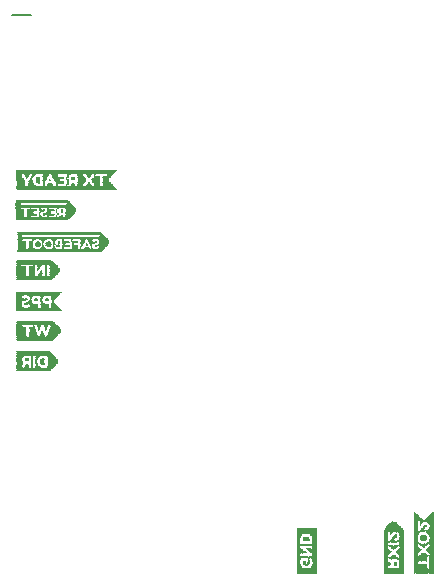
<source format=gbo>
G04 EAGLE Gerber RS-274X export*
G75*
%MOMM*%
%FSLAX34Y34*%
%LPD*%
%INSilkscreen Bottom*%
%IPPOS*%
%AMOC8*
5,1,8,0,0,1.08239X$1,22.5*%
G01*
%ADD10C,0.203200*%
%ADD11R,2.960000X0.040000*%
%ADD12R,3.000000X0.040000*%
%ADD13R,3.080000X0.040000*%
%ADD14R,3.120000X0.040000*%
%ADD15R,3.160000X0.040000*%
%ADD16R,3.200000X0.040000*%
%ADD17R,3.240000X0.040000*%
%ADD18R,3.280000X0.040000*%
%ADD19R,0.560000X0.040000*%
%ADD20R,0.160000X0.040000*%
%ADD21R,0.480000X0.040000*%
%ADD22R,0.120000X0.040000*%
%ADD23R,0.440000X0.040000*%
%ADD24R,0.400000X0.040000*%
%ADD25R,0.600000X0.040000*%
%ADD26R,0.360000X0.040000*%
%ADD27R,0.640000X0.040000*%
%ADD28R,0.320000X0.040000*%
%ADD29R,0.680000X0.040000*%
%ADD30R,0.720000X0.040000*%
%ADD31R,0.280000X0.040000*%
%ADD32R,0.800000X0.040000*%
%ADD33R,0.760000X0.040000*%
%ADD34R,0.240000X0.040000*%
%ADD35R,0.200000X0.040000*%
%ADD36R,0.840000X0.040000*%
%ADD37R,0.080000X0.040000*%
%ADD38R,0.040000X0.040000*%
%ADD39R,0.520000X0.040000*%
%ADD40R,3.880000X0.040000*%
%ADD41R,3.840000X0.040000*%
%ADD42R,3.800000X0.040000*%
%ADD43R,3.760000X0.040000*%
%ADD44R,3.720000X0.040000*%
%ADD45R,3.680000X0.040000*%
%ADD46R,3.640000X0.040000*%
%ADD47R,2.640000X0.040000*%
%ADD48R,0.960000X0.040000*%
%ADD49R,0.920000X0.040000*%
%ADD50R,0.880000X0.040000*%
%ADD51R,0.040000X3.760000*%
%ADD52R,0.040000X3.800000*%
%ADD53R,0.040000X3.880000*%
%ADD54R,0.040000X3.920000*%
%ADD55R,0.040000X3.960000*%
%ADD56R,0.040000X4.000000*%
%ADD57R,0.040000X4.040000*%
%ADD58R,0.040000X1.440000*%
%ADD59R,0.040000X0.600000*%
%ADD60R,0.040000X0.800000*%
%ADD61R,0.040000X0.480000*%
%ADD62R,0.040000X0.320000*%
%ADD63R,0.040000X0.520000*%
%ADD64R,0.040000X0.120000*%
%ADD65R,0.040000X0.760000*%
%ADD66R,0.040000X0.240000*%
%ADD67R,0.040000X0.080000*%
%ADD68R,0.040000X0.720000*%
%ADD69R,0.040000X0.200000*%
%ADD70R,0.040000X0.400000*%
%ADD71R,0.040000X0.160000*%
%ADD72R,0.040000X0.360000*%
%ADD73R,0.040000X0.280000*%
%ADD74R,0.040000X0.840000*%
%ADD75R,0.040000X0.880000*%
%ADD76R,0.040000X0.560000*%
%ADD77R,0.040000X0.920000*%
%ADD78R,0.040000X0.440000*%
%ADD79R,0.040000X0.960000*%
%ADD80R,0.040000X1.000000*%
%ADD81R,0.040000X1.040000*%
%ADD82R,0.040000X1.080000*%
%ADD83R,0.040000X0.680000*%
%ADD84R,0.040000X0.640000*%
%ADD85R,0.040000X5.240000*%
%ADD86R,0.040000X5.200000*%
%ADD87R,0.040000X5.160000*%
%ADD88R,0.040000X5.120000*%
%ADD89R,0.040000X5.080000*%
%ADD90R,0.040000X5.040000*%
%ADD91R,0.040000X5.000000*%
%ADD92R,0.040000X1.560000*%
%ADD93R,8.520000X0.040000*%
%ADD94R,8.480000X0.040000*%
%ADD95R,8.440000X0.040000*%
%ADD96R,8.400000X0.040000*%
%ADD97R,8.360000X0.040000*%
%ADD98R,8.320000X0.040000*%
%ADD99R,8.280000X0.040000*%
%ADD100R,1.680000X0.040000*%
%ADD101R,4.480000X0.040000*%
%ADD102R,0.040000X2.800000*%
%ADD103R,4.400000X0.040000*%
%ADD104R,4.440000X0.040000*%
%ADD105R,4.520000X0.040000*%
%ADD106R,4.560000X0.040000*%
%ADD107R,4.840000X0.040000*%
%ADD108R,4.880000X0.040000*%
%ADD109R,4.920000X0.040000*%
%ADD110R,4.960000X0.040000*%
%ADD111R,1.000000X0.040000*%
%ADD112R,4.600000X0.040000*%
%ADD113R,7.040000X0.040000*%
%ADD114R,7.080000X0.040000*%
%ADD115R,7.160000X0.040000*%
%ADD116R,7.200000X0.040000*%
%ADD117R,7.480000X0.040000*%
%ADD118R,7.520000X0.040000*%
%ADD119R,7.560000X0.040000*%
%ADD120R,7.600000X0.040000*%
%ADD121R,1.080000X0.040000*%
%ADD122R,7.240000X0.040000*%
%ADD123R,2.800000X0.040000*%
%ADD124R,2.880000X0.040000*%
%ADD125R,2.920000X0.040000*%
%ADD126R,3.040000X0.040000*%
%ADD127R,3.320000X0.040000*%
%ADD128R,1.640000X0.040000*%


D10*
X74830Y495650D02*
X91340Y495650D01*
D11*
X93770Y287200D03*
D12*
X93970Y286800D03*
D13*
X94370Y286400D03*
D14*
X94570Y286000D03*
D15*
X94770Y285600D03*
D16*
X94970Y285200D03*
D17*
X95170Y284800D03*
D18*
X95370Y284400D03*
D19*
X109370Y284000D03*
D20*
X103770Y284000D03*
D21*
X98570Y284000D03*
D22*
X93570Y284000D03*
D23*
X81170Y284000D03*
D19*
X109770Y283600D03*
D20*
X103770Y283600D03*
D24*
X98570Y283600D03*
D22*
X93570Y283600D03*
D24*
X80970Y283600D03*
D25*
X109970Y283200D03*
D22*
X103570Y283200D03*
D26*
X98370Y283200D03*
D22*
X93570Y283200D03*
D24*
X80970Y283200D03*
D27*
X110170Y282800D03*
D22*
X103570Y282800D03*
D28*
X98170Y282800D03*
D22*
X93570Y282800D03*
D24*
X80970Y282800D03*
D29*
X110370Y282400D03*
D22*
X103570Y282400D03*
D28*
X98170Y282400D03*
D20*
X93370Y282400D03*
D23*
X81170Y282400D03*
D30*
X110570Y282000D03*
D22*
X103570Y282000D03*
D31*
X97970Y282000D03*
D21*
X91770Y282000D03*
D32*
X82970Y282000D03*
D33*
X110770Y281600D03*
D22*
X103570Y281600D03*
D34*
X97770Y281600D03*
D21*
X91770Y281600D03*
D32*
X82970Y281600D03*
D33*
X110770Y281200D03*
D22*
X103570Y281200D03*
D35*
X97570Y281200D03*
D21*
X91770Y281200D03*
D32*
X82970Y281200D03*
X110970Y280800D03*
D22*
X103570Y280800D03*
D35*
X97570Y280800D03*
D21*
X91770Y280800D03*
D32*
X82970Y280800D03*
D36*
X111170Y280400D03*
D22*
X103570Y280400D03*
D20*
X97370Y280400D03*
D21*
X91770Y280400D03*
D32*
X82970Y280400D03*
D36*
X111170Y280000D03*
D22*
X103570Y280000D03*
X97170Y280000D03*
D21*
X91770Y280000D03*
D32*
X82970Y280000D03*
D36*
X111170Y279600D03*
D22*
X103570Y279600D03*
D37*
X96970Y279600D03*
D21*
X91770Y279600D03*
D32*
X82970Y279600D03*
D36*
X111170Y279200D03*
D22*
X103570Y279200D03*
D38*
X100370Y279200D03*
D37*
X96970Y279200D03*
D21*
X91770Y279200D03*
D32*
X82970Y279200D03*
D36*
X111170Y278800D03*
D22*
X103570Y278800D03*
D37*
X100170Y278800D03*
D38*
X96770Y278800D03*
D21*
X91770Y278800D03*
D32*
X82970Y278800D03*
D36*
X111170Y278400D03*
D22*
X103570Y278400D03*
X99970Y278400D03*
D21*
X91770Y278400D03*
D32*
X82970Y278400D03*
D36*
X111170Y278000D03*
D22*
X103570Y278000D03*
X99970Y278000D03*
D21*
X91770Y278000D03*
D32*
X82970Y278000D03*
X110970Y277600D03*
D22*
X103570Y277600D03*
D20*
X99770Y277600D03*
D21*
X91770Y277600D03*
D32*
X82970Y277600D03*
D33*
X110770Y277200D03*
D22*
X103570Y277200D03*
D35*
X99570Y277200D03*
D21*
X91770Y277200D03*
D32*
X82970Y277200D03*
D33*
X110770Y276800D03*
D22*
X103570Y276800D03*
D34*
X99370Y276800D03*
D21*
X91770Y276800D03*
D32*
X82970Y276800D03*
D30*
X110570Y276400D03*
D22*
X103570Y276400D03*
D34*
X99370Y276400D03*
D21*
X91770Y276400D03*
D32*
X82970Y276400D03*
D29*
X110370Y276000D03*
D22*
X103570Y276000D03*
D31*
X99170Y276000D03*
D21*
X91770Y276000D03*
D32*
X82970Y276000D03*
D27*
X110170Y275600D03*
D22*
X103570Y275600D03*
D28*
X98970Y275600D03*
D21*
X91770Y275600D03*
D32*
X82970Y275600D03*
D25*
X109970Y275200D03*
D22*
X103570Y275200D03*
D26*
X98770Y275200D03*
D21*
X91770Y275200D03*
D32*
X82970Y275200D03*
D19*
X109770Y274800D03*
D22*
X103570Y274800D03*
D26*
X98770Y274800D03*
D21*
X91770Y274800D03*
D32*
X82970Y274800D03*
D19*
X109370Y274400D03*
D20*
X103770Y274400D03*
D24*
X98570Y274400D03*
D21*
X91770Y274400D03*
D32*
X82970Y274400D03*
D39*
X109170Y274000D03*
D20*
X103770Y274000D03*
D21*
X98570Y274000D03*
D19*
X91770Y274000D03*
D36*
X83170Y274000D03*
D17*
X95170Y273600D03*
D16*
X94970Y273200D03*
D15*
X94770Y272800D03*
D14*
X94570Y272400D03*
D13*
X94370Y272000D03*
D12*
X93970Y271600D03*
D11*
X93770Y271200D03*
D40*
X97910Y260730D03*
D41*
X97710Y260330D03*
D42*
X97510Y259930D03*
D43*
X97310Y259530D03*
D44*
X97110Y259130D03*
D45*
X96910Y258730D03*
D46*
X96710Y258330D03*
D47*
X101310Y257930D03*
D30*
X82110Y257930D03*
D19*
X111310Y257530D03*
D26*
X101110Y257530D03*
D21*
X91310Y257530D03*
D25*
X81510Y257530D03*
D39*
X111110Y257130D03*
D31*
X100710Y257130D03*
D26*
X91110Y257130D03*
D19*
X81310Y257130D03*
D21*
X110910Y256730D03*
D34*
X100510Y256730D03*
D31*
X91110Y256730D03*
D39*
X81110Y256730D03*
D23*
X110710Y256330D03*
D35*
X100310Y256330D03*
X91110Y256330D03*
D39*
X81110Y256330D03*
D24*
X110510Y255930D03*
D20*
X100110Y255930D03*
X90910Y255930D03*
D39*
X81110Y255930D03*
D26*
X110310Y255530D03*
D20*
X100110Y255530D03*
D22*
X91110Y255530D03*
D20*
X86910Y255530D03*
D19*
X81310Y255530D03*
D28*
X110110Y255130D03*
D34*
X104910Y255130D03*
D22*
X99910Y255130D03*
D34*
X95710Y255130D03*
D22*
X91110Y255130D03*
D35*
X86710Y255130D03*
D25*
X81510Y255130D03*
D31*
X109910Y254730D03*
D28*
X104510Y254730D03*
D22*
X99910Y254730D03*
D31*
X95510Y254730D03*
D37*
X90910Y254730D03*
D48*
X83310Y254730D03*
D34*
X109710Y254330D03*
D28*
X104510Y254330D03*
D22*
X99910Y254330D03*
D28*
X95310Y254330D03*
D37*
X90910Y254330D03*
D49*
X83110Y254330D03*
D34*
X109710Y253930D03*
D28*
X104510Y253930D03*
D22*
X99910Y253930D03*
D28*
X95310Y253930D03*
D22*
X90710Y253930D03*
D36*
X82710Y253930D03*
D35*
X109510Y253530D03*
D28*
X104510Y253530D03*
D22*
X99910Y253530D03*
D31*
X95510Y253530D03*
D22*
X90710Y253530D03*
D29*
X81910Y253530D03*
D35*
X109510Y253130D03*
D31*
X104710Y253130D03*
D22*
X99910Y253130D03*
D31*
X95510Y253130D03*
D20*
X90510Y253130D03*
D19*
X81310Y253130D03*
D35*
X109510Y252730D03*
D22*
X99910Y252730D03*
D35*
X90710Y252730D03*
D39*
X81110Y252730D03*
D35*
X109510Y252330D03*
D20*
X100110Y252330D03*
D31*
X90310Y252330D03*
D21*
X80910Y252330D03*
D35*
X109510Y251930D03*
D20*
X100110Y251930D03*
D24*
X90110Y251930D03*
D21*
X80910Y251930D03*
D34*
X109710Y251530D03*
D35*
X100310Y251530D03*
D19*
X89710Y251530D03*
D23*
X80710Y251530D03*
D34*
X109710Y251130D03*
X100510Y251130D03*
D30*
X89310Y251130D03*
D23*
X80710Y251130D03*
D31*
X109910Y250730D03*
D28*
X100910Y250730D03*
D26*
X91510Y250730D03*
X87110Y250730D03*
D23*
X80710Y250730D03*
D28*
X110110Y250330D03*
D23*
X101510Y250330D03*
X92310Y250330D03*
D31*
X86710Y250330D03*
D23*
X80710Y250330D03*
D26*
X110310Y249930D03*
D29*
X102710Y249930D03*
D27*
X93710Y249930D03*
D35*
X86710Y249930D03*
D23*
X80710Y249930D03*
D24*
X110510Y249530D03*
D29*
X102710Y249530D03*
D27*
X93710Y249530D03*
D21*
X80910Y249530D03*
D23*
X110710Y249130D03*
D29*
X102710Y249130D03*
D27*
X93710Y249130D03*
D21*
X80910Y249130D03*
X110910Y248730D03*
D29*
X102710Y248730D03*
X93510Y248730D03*
D39*
X81110Y248730D03*
X111110Y248330D03*
D29*
X102710Y248330D03*
D30*
X93310Y248330D03*
D39*
X81110Y248330D03*
D19*
X111310Y247930D03*
D29*
X102710Y247930D03*
D33*
X93110Y247930D03*
D25*
X81510Y247930D03*
D27*
X111310Y247530D03*
D33*
X102710Y247530D03*
D50*
X92910Y247530D03*
D29*
X81910Y247530D03*
D46*
X96710Y247130D03*
D45*
X96910Y246730D03*
D44*
X97110Y246330D03*
D43*
X97310Y245930D03*
D42*
X97510Y245530D03*
D41*
X97710Y245130D03*
D40*
X97910Y244730D03*
D51*
X406560Y41220D03*
D52*
X406160Y41420D03*
D53*
X405760Y41820D03*
D54*
X405360Y42020D03*
D55*
X404960Y42220D03*
D56*
X404560Y42420D03*
D57*
X404160Y42620D03*
D58*
X403760Y29620D03*
D59*
X403760Y41020D03*
D60*
X403760Y49220D03*
X403760Y59220D03*
D61*
X403360Y24820D03*
D62*
X403360Y34820D03*
D63*
X403360Y41020D03*
D64*
X403360Y46220D03*
D62*
X403360Y50820D03*
D65*
X403360Y59820D03*
D61*
X402960Y24820D03*
D66*
X402960Y34820D03*
D61*
X402960Y40820D03*
D67*
X402960Y46420D03*
D66*
X402960Y50420D03*
D68*
X402960Y60420D03*
D61*
X402560Y24820D03*
D69*
X402560Y35020D03*
D70*
X402560Y40820D03*
D67*
X402560Y46420D03*
D69*
X402560Y50220D03*
D68*
X402560Y60820D03*
D61*
X402160Y24820D03*
D71*
X402160Y35220D03*
D72*
X402160Y41020D03*
D67*
X402160Y46420D03*
D71*
X402160Y50020D03*
D65*
X402160Y61020D03*
D61*
X401760Y24820D03*
D71*
X401760Y35620D03*
D73*
X401760Y41020D03*
D64*
X401760Y46220D03*
D71*
X401760Y50020D03*
D65*
X401760Y61420D03*
D61*
X401360Y24820D03*
D69*
X401360Y35820D03*
X401360Y41020D03*
D71*
X401360Y46020D03*
D64*
X401360Y49820D03*
D60*
X401360Y61620D03*
D61*
X400960Y24820D03*
D66*
X400960Y30820D03*
D69*
X400960Y36220D03*
D64*
X400960Y41020D03*
D69*
X400960Y45820D03*
D64*
X400960Y49820D03*
D69*
X400960Y54220D03*
D60*
X400960Y62020D03*
D61*
X400560Y24820D03*
D62*
X400560Y31220D03*
D69*
X400560Y36220D03*
D38*
X400560Y41020D03*
D66*
X400560Y45620D03*
D64*
X400560Y49820D03*
D73*
X400560Y54220D03*
D60*
X400560Y62020D03*
D61*
X400160Y24820D03*
D62*
X400160Y31220D03*
D66*
X400160Y36420D03*
D73*
X400160Y45420D03*
D64*
X400160Y49820D03*
D73*
X400160Y54220D03*
D74*
X400160Y62220D03*
D61*
X399760Y24820D03*
D62*
X399760Y31220D03*
D73*
X399760Y36620D03*
D62*
X399760Y45220D03*
D64*
X399760Y49820D03*
D73*
X399760Y54220D03*
D75*
X399760Y62420D03*
D61*
X399360Y24820D03*
D62*
X399360Y31220D03*
X399360Y36820D03*
X399360Y45220D03*
D64*
X399360Y49820D03*
D66*
X399360Y54020D03*
D75*
X399360Y62420D03*
D61*
X398960Y24820D03*
D73*
X398960Y31020D03*
D72*
X398960Y37020D03*
X398960Y45020D03*
D71*
X398960Y50020D03*
D73*
X398960Y53820D03*
D75*
X398960Y62420D03*
D61*
X398560Y24820D03*
D70*
X398560Y37220D03*
X398560Y44820D03*
D76*
X398560Y52020D03*
D77*
X398560Y62220D03*
D61*
X398160Y24820D03*
D70*
X398160Y36820D03*
X398160Y44820D03*
D61*
X398160Y51620D03*
D77*
X398160Y62220D03*
D61*
X397760Y24820D03*
D72*
X397760Y36620D03*
X397760Y45020D03*
D78*
X397760Y51420D03*
D79*
X397760Y62020D03*
D61*
X397360Y24820D03*
D70*
X397360Y36420D03*
D62*
X397360Y45220D03*
D72*
X397360Y51020D03*
D80*
X397360Y61820D03*
D61*
X396960Y24820D03*
D72*
X396960Y36220D03*
D73*
X396960Y45420D03*
X396960Y50620D03*
D80*
X396960Y61420D03*
D61*
X396560Y24820D03*
D62*
X396560Y36020D03*
D38*
X396560Y41020D03*
D66*
X396560Y45620D03*
X396560Y50420D03*
D80*
X396560Y61020D03*
D61*
X396160Y24820D03*
D66*
X396160Y36020D03*
D64*
X396160Y41020D03*
D69*
X396160Y45820D03*
X396160Y50220D03*
D81*
X396160Y60820D03*
D61*
X395760Y24820D03*
D66*
X395760Y30820D03*
D69*
X395760Y35820D03*
X395760Y41020D03*
D71*
X395760Y46020D03*
X395760Y50020D03*
D82*
X395760Y60220D03*
D61*
X395360Y24820D03*
D73*
X395360Y31020D03*
D71*
X395360Y35620D03*
D66*
X395360Y40820D03*
D64*
X395360Y46220D03*
X395360Y49820D03*
D83*
X395360Y61820D03*
D61*
X394960Y24820D03*
D73*
X394960Y31020D03*
D67*
X394960Y35620D03*
D62*
X394960Y40820D03*
D67*
X394960Y46420D03*
D64*
X394960Y49820D03*
D84*
X394960Y61620D03*
D61*
X394560Y24820D03*
D62*
X394560Y31220D03*
D67*
X394560Y35620D03*
D72*
X394560Y41020D03*
D67*
X394560Y46420D03*
D64*
X394560Y49820D03*
D59*
X394560Y61420D03*
D61*
X394160Y24820D03*
D62*
X394160Y31220D03*
D67*
X394160Y35620D03*
D78*
X394160Y41020D03*
D67*
X394160Y46420D03*
D64*
X394160Y49820D03*
D76*
X394160Y61220D03*
D61*
X393760Y24820D03*
D62*
X393760Y31220D03*
D67*
X393760Y35620D03*
D63*
X393760Y41020D03*
D64*
X393760Y46220D03*
X393760Y49820D03*
D63*
X393760Y61020D03*
X393360Y25020D03*
D70*
X393360Y31220D03*
D69*
X393360Y35820D03*
D59*
X393360Y41020D03*
D69*
X393360Y46220D03*
X393360Y49820D03*
D63*
X393360Y60620D03*
D57*
X392960Y42620D03*
D56*
X392560Y42420D03*
D55*
X392160Y42220D03*
D54*
X391760Y42020D03*
D53*
X391360Y41820D03*
D52*
X390960Y41420D03*
D51*
X390560Y41220D03*
D85*
X431960Y49020D03*
D86*
X431560Y48820D03*
D87*
X431160Y48620D03*
D88*
X430760Y48420D03*
D89*
X430360Y48220D03*
D90*
X429960Y48020D03*
D91*
X429560Y47820D03*
D92*
X429160Y30620D03*
D84*
X429160Y42820D03*
D63*
X429160Y49420D03*
D74*
X429160Y57820D03*
D75*
X429160Y68020D03*
D78*
X428760Y25020D03*
D64*
X428760Y37420D03*
D76*
X428760Y42820D03*
D72*
X428760Y49020D03*
D76*
X428760Y58020D03*
D68*
X428760Y68420D03*
D70*
X428360Y24820D03*
D38*
X428360Y37420D03*
D61*
X428360Y42820D03*
D66*
X428360Y48820D03*
D61*
X428360Y58020D03*
D84*
X428360Y68420D03*
D70*
X427960Y24820D03*
D38*
X427960Y37420D03*
D70*
X427960Y42820D03*
D69*
X427960Y48620D03*
D72*
X427960Y58220D03*
D76*
X427960Y68420D03*
D78*
X427560Y25020D03*
D67*
X427560Y37220D03*
D72*
X427560Y42620D03*
D71*
X427560Y48420D03*
D73*
X427560Y58220D03*
D61*
X427560Y68420D03*
D78*
X427160Y25020D03*
D64*
X427160Y37420D03*
D73*
X427160Y42620D03*
D71*
X427160Y48020D03*
D69*
X427160Y58220D03*
D78*
X427160Y68220D03*
D60*
X426760Y26820D03*
D63*
X426760Y35820D03*
D69*
X426760Y42620D03*
D71*
X426760Y47620D03*
D69*
X426760Y58220D03*
D72*
X426760Y68220D03*
D60*
X426360Y26820D03*
D76*
X426360Y36020D03*
D64*
X426360Y42620D03*
D71*
X426360Y47620D03*
D66*
X426360Y52820D03*
D71*
X426360Y58420D03*
X426360Y62820D03*
D62*
X426360Y68020D03*
D60*
X425960Y26820D03*
D59*
X425960Y36220D03*
D38*
X425960Y42620D03*
D71*
X425960Y47220D03*
D72*
X425960Y53020D03*
D64*
X425960Y58220D03*
D66*
X425960Y62820D03*
D73*
X425960Y67820D03*
D60*
X425560Y26820D03*
D84*
X425560Y36420D03*
D69*
X425560Y47020D03*
D78*
X425560Y53020D03*
D67*
X425560Y58420D03*
D66*
X425560Y62820D03*
D69*
X425560Y67820D03*
D60*
X425160Y26820D03*
D83*
X425160Y36620D03*
D66*
X425160Y46820D03*
D61*
X425160Y52820D03*
D67*
X425160Y58420D03*
D66*
X425160Y62820D03*
D71*
X425160Y67620D03*
D60*
X424760Y26820D03*
D68*
X424760Y36820D03*
D73*
X424760Y46620D03*
D63*
X424760Y53020D03*
D67*
X424760Y58420D03*
D73*
X424760Y62620D03*
D69*
X424760Y67420D03*
D60*
X424360Y26820D03*
D68*
X424360Y36820D03*
D73*
X424360Y46220D03*
D63*
X424360Y53020D03*
D64*
X424360Y58620D03*
D66*
X424360Y62420D03*
D69*
X424360Y67420D03*
D60*
X423960Y26820D03*
D65*
X423960Y37020D03*
D62*
X423960Y46020D03*
D63*
X423960Y53020D03*
X423960Y60620D03*
D69*
X423960Y67420D03*
D60*
X423560Y26820D03*
D65*
X423560Y37020D03*
D73*
X423560Y46220D03*
D63*
X423560Y53020D03*
D61*
X423560Y60420D03*
D66*
X423560Y67220D03*
D60*
X423160Y26820D03*
D68*
X423160Y36820D03*
D66*
X423160Y46420D03*
D63*
X423160Y53020D03*
D70*
X423160Y60020D03*
D66*
X423160Y67220D03*
D60*
X422760Y26820D03*
D83*
X422760Y36620D03*
D66*
X422760Y46820D03*
D63*
X422760Y53020D03*
D62*
X422760Y59620D03*
D73*
X422760Y67020D03*
D60*
X422360Y26820D03*
D84*
X422360Y36420D03*
D66*
X422360Y46820D03*
D61*
X422360Y52820D03*
D73*
X422360Y59420D03*
D72*
X422360Y67020D03*
D60*
X421960Y26820D03*
D59*
X421960Y36220D03*
D38*
X421960Y42620D03*
D69*
X421960Y47020D03*
D78*
X421960Y53020D03*
D66*
X421960Y58820D03*
D78*
X421960Y67020D03*
D60*
X421560Y26820D03*
D76*
X421560Y36020D03*
D64*
X421560Y42620D03*
D71*
X421560Y47220D03*
D72*
X421560Y53020D03*
D69*
X421560Y58620D03*
D76*
X421560Y66820D03*
D60*
X421160Y26820D03*
D63*
X421160Y35820D03*
D69*
X421160Y42620D03*
D71*
X421160Y47620D03*
D69*
X421160Y53020D03*
D71*
X421160Y58420D03*
D84*
X421160Y66820D03*
D60*
X420760Y26820D03*
D61*
X420760Y35620D03*
D66*
X420760Y42820D03*
D71*
X420760Y48020D03*
D69*
X420760Y58220D03*
D72*
X420760Y68620D03*
D60*
X420360Y26820D03*
D61*
X420360Y35620D03*
D62*
X420360Y42820D03*
D64*
X420360Y48220D03*
D69*
X420360Y57820D03*
D72*
X420360Y69020D03*
D60*
X419960Y26820D03*
D78*
X419960Y35420D03*
D70*
X419960Y42820D03*
D71*
X419960Y48420D03*
D66*
X419960Y57620D03*
D70*
X419960Y69220D03*
D60*
X419560Y26820D03*
D78*
X419560Y35420D03*
X419560Y42620D03*
D69*
X419560Y48620D03*
D73*
X419560Y57420D03*
D78*
X419560Y69420D03*
D60*
X419160Y26820D03*
D61*
X419160Y35620D03*
D63*
X419160Y42620D03*
D73*
X419160Y49020D03*
D72*
X419160Y57420D03*
D63*
X419160Y69420D03*
D74*
X418760Y27020D03*
D76*
X418760Y35620D03*
D59*
X418760Y42620D03*
D70*
X418760Y49220D03*
D61*
X418760Y57220D03*
D76*
X418760Y69620D03*
D91*
X418360Y47820D03*
D90*
X417960Y48020D03*
D89*
X417560Y48220D03*
D88*
X417160Y48420D03*
D87*
X416760Y48620D03*
D86*
X416360Y48820D03*
D85*
X415960Y49020D03*
D93*
X121300Y363600D03*
D94*
X121100Y363200D03*
D95*
X120900Y362800D03*
D96*
X120700Y362400D03*
D97*
X120500Y362000D03*
D98*
X120300Y361600D03*
D99*
X120100Y361200D03*
D100*
X152700Y360800D03*
D25*
X140100Y360800D03*
D101*
X113500Y360800D03*
D19*
X87500Y360800D03*
D39*
X81300Y360800D03*
X158100Y360400D03*
D22*
X145300Y360400D03*
D39*
X140100Y360400D03*
X132900Y360400D03*
D26*
X122900Y360400D03*
D39*
X110900Y360400D03*
D19*
X103900Y360400D03*
D26*
X93700Y360400D03*
D21*
X87500Y360400D03*
X81100Y360400D03*
D23*
X158100Y360000D03*
D38*
X145300Y360000D03*
D21*
X140300Y360000D03*
D23*
X132900Y360000D03*
D34*
X122700Y360000D03*
D21*
X111100Y360000D03*
D39*
X103700Y360000D03*
D34*
X93500Y360000D03*
D24*
X87500Y360000D03*
D23*
X80900Y360000D03*
D24*
X157900Y359600D03*
D38*
X145300Y359600D03*
D24*
X140300Y359600D03*
D23*
X132900Y359600D03*
D35*
X122500Y359600D03*
D21*
X111100Y359600D03*
X103500Y359600D03*
D35*
X93300Y359600D03*
D24*
X87500Y359600D03*
X80700Y359600D03*
X157500Y359200D03*
D37*
X145500Y359200D03*
D26*
X140100Y359200D03*
D23*
X132900Y359200D03*
D20*
X122300Y359200D03*
D23*
X111300Y359200D03*
D21*
X103500Y359200D03*
D22*
X92900Y359200D03*
D28*
X87500Y359200D03*
D23*
X80900Y359200D03*
D26*
X157300Y358800D03*
D22*
X145300Y358800D03*
D31*
X140100Y358800D03*
D21*
X133100Y358800D03*
D20*
X122300Y358800D03*
D23*
X111300Y358800D03*
X103300Y358800D03*
D20*
X92700Y358800D03*
D31*
X87700Y358800D03*
D23*
X80900Y358800D03*
D29*
X155300Y358400D03*
D39*
X146900Y358400D03*
D35*
X140100Y358400D03*
D39*
X133300Y358400D03*
D22*
X122100Y358400D03*
D23*
X111300Y358400D03*
X103300Y358400D03*
D20*
X92300Y358400D03*
D34*
X87500Y358400D03*
D21*
X81100Y358400D03*
D27*
X155100Y358000D03*
D19*
X146700Y358000D03*
D22*
X140100Y358000D03*
D19*
X133500Y358000D03*
D34*
X126700Y358000D03*
D22*
X122100Y358000D03*
D48*
X114300Y358000D03*
D24*
X103100Y358000D03*
D34*
X97500Y358000D03*
D22*
X92100Y358000D03*
D20*
X87500Y358000D03*
D39*
X81300Y358000D03*
D25*
X154900Y357600D03*
D19*
X146700Y357600D03*
D38*
X140100Y357600D03*
D25*
X133700Y357600D03*
D31*
X126500Y357600D03*
D37*
X121900Y357600D03*
D48*
X114300Y357600D03*
D24*
X103100Y357600D03*
D28*
X97100Y357600D03*
D20*
X91900Y357600D03*
D22*
X87700Y357600D03*
D39*
X81300Y357600D03*
D19*
X154700Y357200D03*
D25*
X146500Y357200D03*
D27*
X133900Y357200D03*
D31*
X126500Y357200D03*
D37*
X121900Y357200D03*
D49*
X114500Y357200D03*
D24*
X103100Y357200D03*
D26*
X96900Y357200D03*
D20*
X91500Y357200D03*
D37*
X87500Y357200D03*
D19*
X81500Y357200D03*
D39*
X154500Y356800D03*
D27*
X146300Y356800D03*
D29*
X134100Y356800D03*
D31*
X126500Y356800D03*
D37*
X121900Y356800D03*
D50*
X114300Y356800D03*
D26*
X102900Y356800D03*
X96900Y356800D03*
D20*
X91500Y356800D03*
D25*
X81700Y356800D03*
D39*
X154500Y356400D03*
D29*
X146100Y356400D03*
X134100Y356400D03*
D31*
X126500Y356400D03*
D37*
X121900Y356400D03*
D21*
X112700Y356400D03*
D26*
X102900Y356400D03*
D24*
X96700Y356400D03*
D35*
X91300Y356400D03*
D25*
X81700Y356400D03*
D39*
X154500Y356000D03*
D30*
X145900Y356000D03*
X134300Y356000D03*
D31*
X126500Y356000D03*
D22*
X122100Y356000D03*
D21*
X112700Y356000D03*
D38*
X107300Y356000D03*
D28*
X102700Y356000D03*
D24*
X96700Y356000D03*
D34*
X91100Y356000D03*
D27*
X81900Y356000D03*
D39*
X154500Y355600D03*
D33*
X145700Y355600D03*
X134500Y355600D03*
D22*
X122100Y355600D03*
D24*
X112700Y355600D03*
D37*
X107500Y355600D03*
D28*
X102700Y355600D03*
D24*
X96700Y355600D03*
D34*
X91100Y355600D03*
D29*
X82100Y355600D03*
D39*
X154500Y355200D03*
D30*
X145900Y355200D03*
D33*
X134500Y355200D03*
D22*
X122100Y355200D03*
D23*
X112900Y355200D03*
D22*
X107300Y355200D03*
D31*
X102500Y355200D03*
D24*
X96700Y355200D03*
D31*
X90900Y355200D03*
D29*
X82100Y355200D03*
D39*
X154500Y354800D03*
D29*
X146100Y354800D03*
D30*
X134300Y354800D03*
D20*
X122300Y354800D03*
D24*
X113100Y354800D03*
D20*
X107500Y354800D03*
D31*
X102500Y354800D03*
D24*
X96700Y354800D03*
D28*
X90700Y354800D03*
D30*
X82300Y354800D03*
D39*
X154500Y354400D03*
D29*
X146100Y354400D03*
X134100Y354400D03*
D35*
X122500Y354400D03*
D24*
X113100Y354400D03*
D34*
X102300Y354400D03*
D24*
X96700Y354400D03*
D28*
X90700Y354400D03*
D33*
X82500Y354400D03*
D19*
X154700Y354000D03*
D27*
X146300Y354000D03*
X133900Y354000D03*
D35*
X122500Y354000D03*
D33*
X115300Y354000D03*
D34*
X102300Y354000D03*
D26*
X96900Y354000D03*
X90500Y354000D03*
D33*
X82500Y354000D03*
D25*
X154900Y353600D03*
X146500Y353600D03*
D38*
X140100Y353600D03*
D25*
X133700Y353600D03*
D20*
X122300Y353600D03*
D33*
X115300Y353600D03*
D35*
X102100Y353600D03*
D28*
X97100Y353600D03*
D24*
X90700Y353600D03*
D33*
X82500Y353600D03*
D27*
X155100Y353200D03*
D19*
X146700Y353200D03*
D22*
X140100Y353200D03*
D19*
X133500Y353200D03*
D20*
X122300Y353200D03*
D30*
X115500Y353200D03*
D35*
X102100Y353200D03*
D31*
X97300Y353200D03*
D24*
X90700Y353200D03*
D33*
X82500Y353200D03*
D29*
X155300Y352800D03*
D39*
X146900Y352800D03*
D35*
X140100Y352800D03*
D39*
X133300Y352800D03*
D34*
X126700Y352800D03*
D20*
X122300Y352800D03*
D29*
X115300Y352800D03*
D20*
X101900Y352800D03*
D35*
X97700Y352800D03*
D23*
X90900Y352800D03*
D33*
X82500Y352800D03*
D30*
X155500Y352400D03*
D21*
X147100Y352400D03*
D34*
X140300Y352400D03*
D21*
X133100Y352400D03*
D34*
X126700Y352400D03*
D22*
X122100Y352400D03*
X112900Y352400D03*
D24*
X107500Y352400D03*
D20*
X101900Y352400D03*
D23*
X90900Y352400D03*
D33*
X82500Y352400D03*
X155700Y352000D03*
D23*
X147300Y352000D03*
D28*
X140300Y352000D03*
D23*
X132900Y352000D03*
D31*
X126500Y352000D03*
D22*
X122100Y352000D03*
X112900Y352000D03*
D23*
X107300Y352000D03*
D22*
X101700Y352000D03*
D21*
X91100Y352000D03*
D33*
X82500Y352000D03*
D32*
X155900Y351600D03*
D23*
X147300Y351600D03*
D26*
X140100Y351600D03*
D23*
X132900Y351600D03*
D31*
X126500Y351600D03*
D37*
X121900Y351600D03*
X113100Y351600D03*
D21*
X107500Y351600D03*
D22*
X101700Y351600D03*
D39*
X91300Y351600D03*
D33*
X82500Y351600D03*
D36*
X156100Y351200D03*
D23*
X147300Y351200D03*
X140100Y351200D03*
X132900Y351200D03*
D31*
X126500Y351200D03*
D37*
X121900Y351200D03*
X113100Y351200D03*
D39*
X107300Y351200D03*
D22*
X101700Y351200D03*
D19*
X91500Y351200D03*
D33*
X82500Y351200D03*
D50*
X156300Y350800D03*
D23*
X147300Y350800D03*
D39*
X140100Y350800D03*
X132900Y350800D03*
D26*
X126500Y350800D03*
D37*
X121900Y350800D03*
D22*
X112900Y350800D03*
D19*
X107500Y350800D03*
D22*
X101700Y350800D03*
D27*
X91900Y350800D03*
D33*
X82500Y350800D03*
D48*
X156300Y350400D03*
D19*
X147100Y350400D03*
D25*
X140100Y350400D03*
D19*
X133100Y350400D03*
D26*
X126500Y350400D03*
D35*
X122100Y350400D03*
D20*
X112700Y350400D03*
D25*
X107300Y350400D03*
D20*
X101900Y350400D03*
D30*
X92300Y350400D03*
D32*
X82700Y350400D03*
D99*
X120100Y350000D03*
D98*
X120300Y349600D03*
D97*
X120500Y349200D03*
D96*
X120700Y348800D03*
D95*
X120900Y348400D03*
D94*
X121100Y348000D03*
D93*
X121300Y347600D03*
D53*
X332860Y41820D03*
X332460Y41820D03*
X332060Y41820D03*
X331660Y41820D03*
X331260Y41820D03*
X330860Y41820D03*
X330460Y41820D03*
D74*
X330060Y26620D03*
D102*
X330060Y47220D03*
D65*
X329660Y26220D03*
D62*
X329660Y36020D03*
D61*
X329660Y42020D03*
D71*
X329660Y47220D03*
D65*
X329660Y57420D03*
D83*
X329260Y25820D03*
D69*
X329260Y36220D03*
D70*
X329260Y42020D03*
D64*
X329260Y47020D03*
D83*
X329260Y57820D03*
D84*
X328860Y25620D03*
D71*
X328860Y36420D03*
D72*
X328860Y42220D03*
D64*
X328860Y47020D03*
D84*
X328860Y58020D03*
D76*
X328460Y25220D03*
D71*
X328460Y36420D03*
D72*
X328460Y42220D03*
D64*
X328460Y47020D03*
D59*
X328460Y58220D03*
D76*
X328060Y25220D03*
D71*
X328060Y36420D03*
D62*
X328060Y42420D03*
D64*
X328060Y47020D03*
D76*
X328060Y58420D03*
D63*
X327660Y25020D03*
D71*
X327660Y36420D03*
D73*
X327660Y42620D03*
D64*
X327660Y47020D03*
D63*
X327660Y58620D03*
D61*
X327260Y24820D03*
D73*
X327260Y32220D03*
D69*
X327260Y36220D03*
D66*
X327260Y42820D03*
D64*
X327260Y47020D03*
D66*
X327260Y51620D03*
D61*
X327260Y58820D03*
X326860Y24820D03*
D68*
X326860Y33620D03*
D66*
X326860Y42820D03*
D64*
X326860Y47020D03*
D73*
X326860Y51820D03*
D61*
X326860Y58820D03*
X326460Y24820D03*
D65*
X326460Y33420D03*
D69*
X326460Y43020D03*
D64*
X326460Y47020D03*
D62*
X326460Y52020D03*
D78*
X326460Y59020D03*
X326060Y24620D03*
D65*
X326060Y33420D03*
D71*
X326060Y43220D03*
D64*
X326060Y47020D03*
D72*
X326060Y52220D03*
D78*
X326060Y59020D03*
X325660Y24620D03*
D73*
X325660Y30620D03*
D71*
X325660Y36420D03*
D64*
X325660Y43420D03*
X325660Y47020D03*
D70*
X325660Y52420D03*
D78*
X325660Y59020D03*
X325260Y24620D03*
D66*
X325260Y30420D03*
D64*
X325260Y36620D03*
X325260Y43420D03*
X325260Y47020D03*
D70*
X325260Y52420D03*
D78*
X325260Y59020D03*
X324860Y24620D03*
D66*
X324860Y30420D03*
D64*
X324860Y36620D03*
D38*
X324860Y40220D03*
D67*
X324860Y43620D03*
D64*
X324860Y47020D03*
D70*
X324860Y52420D03*
D78*
X324860Y59020D03*
X324460Y24620D03*
D66*
X324460Y30420D03*
D64*
X324460Y36620D03*
D67*
X324460Y40420D03*
D38*
X324460Y43820D03*
D64*
X324460Y47020D03*
D70*
X324460Y52420D03*
D78*
X324460Y59020D03*
X324060Y24620D03*
D66*
X324060Y30420D03*
D64*
X324060Y36620D03*
D67*
X324060Y40420D03*
D64*
X324060Y47020D03*
D70*
X324060Y52420D03*
D78*
X324060Y59020D03*
X323660Y24620D03*
D70*
X323660Y31620D03*
D64*
X323660Y36620D03*
X323660Y40620D03*
X323660Y47020D03*
D72*
X323660Y52220D03*
D78*
X323660Y59020D03*
D61*
X323260Y24820D03*
D70*
X323260Y31620D03*
D64*
X323260Y36620D03*
D71*
X323260Y40820D03*
D64*
X323260Y47020D03*
D72*
X323260Y52220D03*
D78*
X323260Y59020D03*
D61*
X322860Y24820D03*
D72*
X322860Y31820D03*
D64*
X322860Y36620D03*
D69*
X322860Y41020D03*
D64*
X322860Y47020D03*
D62*
X322860Y52020D03*
D61*
X322860Y58820D03*
X322460Y24820D03*
D62*
X322460Y32020D03*
D64*
X322460Y36620D03*
D69*
X322460Y41020D03*
D64*
X322460Y47020D03*
D73*
X322460Y51820D03*
D61*
X322460Y58820D03*
D63*
X322060Y25020D03*
D69*
X322060Y32220D03*
D64*
X322060Y36620D03*
D66*
X322060Y41220D03*
D64*
X322060Y47020D03*
D71*
X322060Y51220D03*
D63*
X322060Y58620D03*
X321660Y25020D03*
D64*
X321660Y36620D03*
D73*
X321660Y41420D03*
D64*
X321660Y47020D03*
D63*
X321660Y58620D03*
D76*
X321260Y25220D03*
D64*
X321260Y36620D03*
D62*
X321260Y41620D03*
D64*
X321260Y47020D03*
D76*
X321260Y58420D03*
D59*
X320860Y25420D03*
D64*
X320860Y36620D03*
D62*
X320860Y41620D03*
D64*
X320860Y47020D03*
D59*
X320860Y58220D03*
D84*
X320460Y25620D03*
D71*
X320460Y36420D03*
D72*
X320460Y41820D03*
D64*
X320460Y47020D03*
D84*
X320460Y58020D03*
D68*
X320060Y26020D03*
D66*
X320060Y36420D03*
D78*
X320060Y41820D03*
D71*
X320060Y47220D03*
D68*
X320060Y57620D03*
D60*
X319660Y26420D03*
D62*
X319660Y36020D03*
D61*
X319660Y42020D03*
D69*
X319660Y47020D03*
D74*
X319660Y57020D03*
D53*
X319260Y41820D03*
X318860Y41820D03*
X318460Y41820D03*
X318060Y41820D03*
X317660Y41820D03*
X317260Y41820D03*
X316860Y41820D03*
D103*
X100300Y337900D03*
D104*
X100500Y337500D03*
D105*
X100900Y337100D03*
D106*
X101100Y336700D03*
D26*
X122500Y336300D03*
D21*
X80700Y336300D03*
D26*
X122900Y335900D03*
D23*
X80500Y335900D03*
D24*
X123100Y335500D03*
D23*
X80500Y335500D03*
X123300Y335100D03*
X80500Y335100D03*
D21*
X123500Y334700D03*
D23*
X80500Y334700D03*
D19*
X123500Y334300D03*
D21*
X80700Y334300D03*
D107*
X102500Y333900D03*
D108*
X102700Y333500D03*
D109*
X102900Y333100D03*
D110*
X103100Y332700D03*
D32*
X124300Y332300D03*
D28*
X114300Y332300D03*
D34*
X105100Y332300D03*
D31*
X99300Y332300D03*
D37*
X91100Y332300D03*
D23*
X80500Y332300D03*
D32*
X124300Y331900D03*
D35*
X114100Y331900D03*
X105300Y331900D03*
D20*
X99100Y331900D03*
D37*
X91100Y331900D03*
D23*
X80500Y331900D03*
D36*
X124500Y331500D03*
D20*
X113900Y331500D03*
X105500Y331500D03*
D22*
X98900Y331500D03*
D37*
X91100Y331500D03*
D23*
X80500Y331500D03*
D50*
X124700Y331100D03*
D22*
X113700Y331100D03*
X105700Y331100D03*
X98900Y331100D03*
D37*
X91100Y331100D03*
D23*
X80500Y331100D03*
D50*
X124700Y330700D03*
D37*
X113500Y330700D03*
D22*
X105700Y330700D03*
D20*
X99100Y330700D03*
D26*
X89700Y330700D03*
D30*
X81900Y330700D03*
D50*
X124700Y330300D03*
D35*
X117300Y330300D03*
D37*
X113500Y330300D03*
D19*
X107900Y330300D03*
D20*
X102300Y330300D03*
D35*
X99300Y330300D03*
D32*
X91900Y330300D03*
D33*
X82100Y330300D03*
D50*
X124700Y329900D03*
D34*
X117100Y329900D03*
D37*
X113500Y329900D03*
D25*
X108100Y329900D03*
D21*
X100700Y329900D03*
D36*
X92100Y329900D03*
D33*
X82100Y329900D03*
D50*
X124700Y329500D03*
D34*
X117100Y329500D03*
D37*
X113500Y329500D03*
D25*
X108100Y329500D03*
D21*
X100700Y329500D03*
D36*
X92100Y329500D03*
D33*
X82100Y329500D03*
D50*
X124700Y329100D03*
D34*
X117100Y329100D03*
D37*
X113500Y329100D03*
D31*
X106500Y329100D03*
D26*
X100100Y329100D03*
D19*
X90700Y329100D03*
D33*
X82100Y329100D03*
D50*
X124700Y328700D03*
D34*
X117100Y328700D03*
D37*
X113500Y328700D03*
D34*
X106300Y328700D03*
D35*
X99300Y328700D03*
D21*
X90300Y328700D03*
D33*
X82100Y328700D03*
D36*
X124500Y328300D03*
D35*
X117300Y328300D03*
D37*
X113500Y328300D03*
D31*
X106100Y328300D03*
D20*
X99100Y328300D03*
D21*
X90300Y328300D03*
D33*
X82100Y328300D03*
D32*
X124300Y327900D03*
D37*
X113500Y327900D03*
D28*
X105900Y327900D03*
D22*
X98900Y327900D03*
D21*
X90300Y327900D03*
D33*
X82100Y327900D03*
D32*
X124300Y327500D03*
D22*
X113700Y327500D03*
D24*
X105500Y327500D03*
D37*
X98700Y327500D03*
D21*
X90300Y327500D03*
D33*
X82100Y327500D03*
X124100Y327100D03*
D20*
X113900Y327100D03*
D25*
X104900Y327100D03*
D37*
X98700Y327100D03*
D19*
X90700Y327100D03*
D33*
X82100Y327100D03*
D30*
X123900Y326700D03*
D22*
X113700Y326700D03*
D111*
X106100Y326700D03*
D37*
X98700Y326700D03*
D36*
X92100Y326700D03*
D33*
X82100Y326700D03*
D29*
X123700Y326300D03*
D22*
X113700Y326300D03*
D25*
X108100Y326300D03*
D34*
X102300Y326300D03*
D37*
X98700Y326300D03*
D36*
X92100Y326300D03*
D33*
X82100Y326300D03*
D27*
X123500Y325900D03*
D35*
X117300Y325900D03*
D37*
X113500Y325900D03*
D39*
X108100Y325900D03*
D20*
X102300Y325900D03*
D37*
X98700Y325900D03*
D32*
X91900Y325900D03*
D33*
X82100Y325900D03*
D25*
X123300Y325500D03*
D35*
X117300Y325500D03*
D37*
X113500Y325500D03*
X105900Y325500D03*
X98700Y325500D03*
D26*
X89700Y325500D03*
D33*
X82100Y325500D03*
D19*
X123100Y325100D03*
D34*
X117100Y325100D03*
D37*
X113500Y325100D03*
D22*
X105700Y325100D03*
X98900Y325100D03*
D26*
X89700Y325100D03*
D33*
X82100Y325100D03*
D39*
X122900Y324700D03*
D34*
X117100Y324700D03*
D38*
X113300Y324700D03*
D22*
X105700Y324700D03*
X98900Y324700D03*
D26*
X89700Y324700D03*
D33*
X82100Y324700D03*
D21*
X122700Y324300D03*
D31*
X116900Y324300D03*
D38*
X113300Y324300D03*
D35*
X105300Y324300D03*
X99300Y324300D03*
D24*
X89500Y324300D03*
D33*
X82100Y324300D03*
D23*
X122500Y323900D03*
D28*
X117100Y323900D03*
D20*
X113500Y323900D03*
D34*
X105100Y323900D03*
D31*
X99300Y323900D03*
D23*
X89700Y323900D03*
D33*
X82100Y323900D03*
D112*
X101300Y323500D03*
D106*
X101100Y323100D03*
D105*
X100900Y322700D03*
D104*
X100500Y322300D03*
D103*
X100300Y321900D03*
D113*
X115200Y310900D03*
D114*
X115400Y310500D03*
D115*
X115800Y310100D03*
D116*
X116000Y309700D03*
D26*
X150600Y309300D03*
D21*
X82400Y309300D03*
D26*
X151000Y308900D03*
D24*
X82000Y308900D03*
X151200Y308500D03*
X82000Y308500D03*
D23*
X151400Y308100D03*
D24*
X82000Y308100D03*
D21*
X151600Y307700D03*
D24*
X82000Y307700D03*
D19*
X151600Y307300D03*
D21*
X82400Y307300D03*
D117*
X117400Y306900D03*
D118*
X117600Y306500D03*
D119*
X117800Y306100D03*
D120*
X118000Y305700D03*
D49*
X151800Y305300D03*
D39*
X141400Y305300D03*
D21*
X135200Y305300D03*
D22*
X125800Y305300D03*
X118200Y305300D03*
D39*
X110200Y305300D03*
D27*
X101200Y305300D03*
D31*
X93800Y305300D03*
D23*
X82200Y305300D03*
D36*
X152200Y304900D03*
D23*
X141400Y304900D03*
D24*
X135200Y304900D03*
D37*
X126000Y304900D03*
D22*
X118200Y304900D03*
D26*
X110200Y304900D03*
D21*
X101200Y304900D03*
D35*
X93400Y304900D03*
D24*
X82000Y304900D03*
D36*
X152600Y304500D03*
D24*
X141200Y304500D03*
X135200Y304500D03*
D37*
X126000Y304500D03*
D22*
X118200Y304500D03*
D31*
X110200Y304500D03*
D26*
X101400Y304500D03*
D20*
X93200Y304500D03*
D24*
X82000Y304500D03*
D50*
X152800Y304100D03*
D26*
X141400Y304100D03*
X135000Y304100D03*
D37*
X126000Y304100D03*
D22*
X118200Y304100D03*
D35*
X110200Y304100D03*
D31*
X101400Y304100D03*
D37*
X92800Y304100D03*
D24*
X82000Y304100D03*
D36*
X153000Y303700D03*
D26*
X141400Y303700D03*
X135000Y303700D03*
D37*
X126000Y303700D03*
D22*
X118200Y303700D03*
D20*
X110400Y303700D03*
D34*
X101200Y303700D03*
D26*
X91400Y303700D03*
D30*
X83600Y303700D03*
D36*
X153000Y303300D03*
D35*
X145800Y303300D03*
D26*
X141800Y303300D03*
D28*
X134800Y303300D03*
D39*
X128200Y303300D03*
D19*
X120400Y303300D03*
D35*
X114600Y303300D03*
D20*
X110400Y303300D03*
X106000Y303300D03*
X101200Y303300D03*
D35*
X96600Y303300D03*
D26*
X91000Y303300D03*
D30*
X83600Y303300D03*
D36*
X153000Y302900D03*
D29*
X143400Y302900D03*
D28*
X134800Y302900D03*
D19*
X128400Y302900D03*
D25*
X120600Y302900D03*
D34*
X114400Y302900D03*
D22*
X110600Y302900D03*
D28*
X106000Y302900D03*
D20*
X101200Y302900D03*
D31*
X96600Y302900D03*
D26*
X91000Y302900D03*
D30*
X83600Y302900D03*
D36*
X153000Y302500D03*
D25*
X143400Y302500D03*
D31*
X134600Y302500D03*
D19*
X128400Y302500D03*
D25*
X120600Y302500D03*
D34*
X114400Y302500D03*
D22*
X110600Y302500D03*
D26*
X105800Y302500D03*
D22*
X101400Y302500D03*
D26*
X96600Y302500D03*
D28*
X90800Y302500D03*
D30*
X83600Y302500D03*
D36*
X153000Y302100D03*
D39*
X143000Y302100D03*
D31*
X134600Y302100D03*
D34*
X126800Y302100D03*
D31*
X119000Y302100D03*
D22*
X115000Y302100D03*
X110600Y302100D03*
D24*
X106000Y302100D03*
D37*
X101200Y302100D03*
D23*
X96600Y302100D03*
D28*
X90800Y302100D03*
D30*
X83600Y302100D03*
D50*
X152800Y301700D03*
D28*
X142400Y301700D03*
D38*
X138200Y301700D03*
D34*
X134400Y301700D03*
D35*
X126600Y301700D03*
D34*
X118800Y301700D03*
D37*
X115200Y301700D03*
X110800Y301700D03*
D23*
X105800Y301700D03*
D37*
X101200Y301700D03*
D23*
X96600Y301700D03*
D28*
X90800Y301700D03*
D30*
X83600Y301700D03*
D50*
X152400Y301300D03*
D34*
X142000Y301300D03*
D38*
X138200Y301300D03*
D34*
X134400Y301300D03*
D35*
X126600Y301300D03*
D34*
X118800Y301300D03*
D37*
X115200Y301300D03*
D22*
X111000Y301300D03*
D21*
X106000Y301300D03*
D37*
X101200Y301300D03*
D23*
X96600Y301300D03*
D28*
X90800Y301300D03*
D30*
X83600Y301300D03*
D50*
X152000Y300900D03*
D20*
X142000Y300900D03*
D22*
X138200Y300900D03*
D35*
X134200Y300900D03*
X126600Y300900D03*
D34*
X118800Y300900D03*
D37*
X115200Y300900D03*
X110800Y300900D03*
D21*
X106000Y300900D03*
D37*
X101200Y300900D03*
D23*
X96600Y300900D03*
D28*
X90800Y300900D03*
D30*
X83600Y300900D03*
D48*
X151600Y300500D03*
D20*
X142000Y300500D03*
D22*
X138200Y300500D03*
D35*
X134200Y300500D03*
X126600Y300500D03*
D34*
X118800Y300500D03*
D20*
X114800Y300500D03*
D37*
X110800Y300500D03*
D23*
X105800Y300500D03*
D37*
X101200Y300500D03*
D23*
X96600Y300500D03*
D28*
X90800Y300500D03*
D30*
X83600Y300500D03*
D121*
X150600Y300100D03*
D22*
X142200Y300100D03*
D20*
X134000Y300100D03*
D34*
X126800Y300100D03*
D31*
X119000Y300100D03*
X114200Y300100D03*
D37*
X110400Y300100D03*
D24*
X106000Y300100D03*
D37*
X101200Y300100D03*
D23*
X96600Y300100D03*
D28*
X90800Y300100D03*
D30*
X83600Y300100D03*
D121*
X150200Y299700D03*
D22*
X142200Y299700D03*
D20*
X134000Y299700D03*
D19*
X128400Y299700D03*
D25*
X120600Y299700D03*
D31*
X114200Y299700D03*
D37*
X110400Y299700D03*
D24*
X106000Y299700D03*
D22*
X101400Y299700D03*
D26*
X96600Y299700D03*
D28*
X90800Y299700D03*
D30*
X83600Y299700D03*
D29*
X151800Y299300D03*
D34*
X146000Y299300D03*
D37*
X142400Y299300D03*
D22*
X133800Y299300D03*
D19*
X128400Y299300D03*
D25*
X120600Y299300D03*
D31*
X114200Y299300D03*
D37*
X110400Y299300D03*
D28*
X106000Y299300D03*
D22*
X101400Y299300D03*
D31*
X96600Y299300D03*
D26*
X91000Y299300D03*
D30*
X83600Y299300D03*
D25*
X151800Y298900D03*
D35*
X145800Y298900D03*
D37*
X142400Y298900D03*
D22*
X133800Y298900D03*
D19*
X128400Y298900D03*
X120400Y298900D03*
D34*
X114400Y298900D03*
D22*
X110200Y298900D03*
D35*
X105800Y298900D03*
D20*
X101200Y298900D03*
D35*
X96600Y298900D03*
D26*
X91000Y298900D03*
D30*
X83600Y298900D03*
D19*
X151600Y298500D03*
D38*
X142600Y298500D03*
D26*
X138200Y298500D03*
D37*
X133600Y298500D03*
D19*
X128400Y298500D03*
D22*
X118200Y298500D03*
D20*
X110400Y298500D03*
D34*
X101200Y298500D03*
D24*
X91200Y298500D03*
D30*
X83600Y298500D03*
D39*
X151400Y298100D03*
D38*
X142600Y298100D03*
D26*
X138200Y298100D03*
D37*
X133600Y298100D03*
D19*
X128400Y298100D03*
D22*
X118200Y298100D03*
D35*
X110200Y298100D03*
D31*
X101400Y298100D03*
D24*
X91200Y298100D03*
D30*
X83600Y298100D03*
D39*
X151000Y297700D03*
D37*
X142800Y297700D03*
D23*
X138200Y297700D03*
D37*
X133600Y297700D03*
D19*
X128400Y297700D03*
D22*
X118200Y297700D03*
D31*
X110200Y297700D03*
D26*
X101400Y297700D03*
D23*
X91400Y297700D03*
D30*
X83600Y297700D03*
D39*
X150600Y297300D03*
D22*
X143000Y297300D03*
D23*
X138200Y297300D03*
D37*
X133600Y297300D03*
D19*
X128400Y297300D03*
D22*
X118200Y297300D03*
D26*
X110200Y297300D03*
D21*
X101200Y297300D03*
D39*
X91800Y297300D03*
D30*
X83600Y297300D03*
D19*
X150000Y296900D03*
D34*
X143200Y296900D03*
D39*
X138200Y296900D03*
D20*
X133600Y296900D03*
D25*
X128200Y296900D03*
D22*
X118200Y296900D03*
D39*
X110200Y296900D03*
D25*
X101400Y296900D03*
D19*
X92000Y296900D03*
D33*
X83800Y296900D03*
D122*
X116200Y296500D03*
D116*
X116000Y296100D03*
D115*
X115800Y295700D03*
D114*
X115400Y295300D03*
D113*
X115200Y294900D03*
D123*
X93000Y210000D03*
D124*
X93400Y209600D03*
D125*
X93600Y209200D03*
D11*
X93800Y208800D03*
D12*
X94000Y208400D03*
D126*
X94200Y208000D03*
D13*
X94400Y207600D03*
D14*
X94600Y207200D03*
D19*
X107800Y206800D03*
D23*
X97200Y206800D03*
D22*
X92000Y206800D03*
D27*
X82200Y206800D03*
D19*
X108200Y206400D03*
D26*
X96800Y206400D03*
D22*
X92000Y206400D03*
D25*
X82000Y206400D03*
X108400Y206000D03*
D28*
X96600Y206000D03*
D22*
X92000Y206000D03*
D39*
X81600Y206000D03*
D27*
X108600Y205600D03*
D31*
X96400Y205600D03*
D22*
X92000Y205600D03*
D21*
X81400Y205600D03*
D29*
X108800Y205200D03*
D34*
X96200Y205200D03*
D22*
X92000Y205200D03*
D21*
X81400Y205200D03*
D30*
X109000Y204800D03*
D35*
X96000Y204800D03*
D22*
X92000Y204800D03*
D23*
X81200Y204800D03*
D33*
X109200Y204400D03*
D34*
X101400Y204400D03*
D20*
X95800Y204400D03*
D22*
X92000Y204400D03*
D31*
X87600Y204400D03*
D23*
X81200Y204400D03*
D32*
X109400Y204000D03*
D31*
X101200Y204000D03*
D20*
X95800Y204000D03*
D22*
X92000Y204000D03*
D28*
X87400Y204000D03*
D23*
X81200Y204000D03*
D32*
X109400Y203600D03*
D28*
X101000Y203600D03*
D22*
X95600Y203600D03*
X92000Y203600D03*
D28*
X87400Y203600D03*
D23*
X81200Y203600D03*
D36*
X109600Y203200D03*
D26*
X100800Y203200D03*
D22*
X95600Y203200D03*
X92000Y203200D03*
D28*
X87400Y203200D03*
D23*
X81200Y203200D03*
D36*
X109600Y202800D03*
D24*
X100600Y202800D03*
D22*
X95600Y202800D03*
X92000Y202800D03*
D28*
X87400Y202800D03*
D23*
X81200Y202800D03*
D36*
X109600Y202400D03*
D24*
X100600Y202400D03*
D22*
X95600Y202400D03*
X92000Y202400D03*
D31*
X87600Y202400D03*
D23*
X81200Y202400D03*
D36*
X109600Y202000D03*
D24*
X100600Y202000D03*
D22*
X95600Y202000D03*
X92000Y202000D03*
D23*
X81200Y202000D03*
D36*
X109600Y201600D03*
D24*
X100600Y201600D03*
D22*
X95600Y201600D03*
X92000Y201600D03*
D21*
X81400Y201600D03*
D36*
X109600Y201200D03*
D24*
X100600Y201200D03*
D22*
X95600Y201200D03*
X92000Y201200D03*
D21*
X81400Y201200D03*
D36*
X109600Y200800D03*
D26*
X100800Y200800D03*
D22*
X95600Y200800D03*
X92000Y200800D03*
D39*
X81600Y200800D03*
D32*
X109400Y200400D03*
D26*
X100800Y200400D03*
D22*
X95600Y200400D03*
X92000Y200400D03*
D39*
X81600Y200400D03*
D32*
X109400Y200000D03*
D28*
X101000Y200000D03*
D20*
X95800Y200000D03*
D22*
X92000Y200000D03*
D39*
X81600Y200000D03*
D33*
X109200Y199600D03*
D31*
X101200Y199600D03*
D20*
X95800Y199600D03*
D22*
X92000Y199600D03*
D21*
X81400Y199600D03*
D30*
X109000Y199200D03*
D20*
X101800Y199200D03*
D35*
X96000Y199200D03*
D22*
X92000Y199200D03*
D34*
X87800Y199200D03*
D21*
X81400Y199200D03*
D29*
X108800Y198800D03*
D35*
X96000Y198800D03*
D22*
X92000Y198800D03*
D31*
X87600Y198800D03*
D23*
X81200Y198800D03*
D27*
X108600Y198400D03*
D34*
X96200Y198400D03*
D22*
X92000Y198400D03*
D31*
X87600Y198400D03*
D23*
X81200Y198400D03*
D25*
X108400Y198000D03*
D31*
X96400Y198000D03*
D22*
X92000Y198000D03*
D28*
X87400Y198000D03*
D23*
X81200Y198000D03*
D19*
X108200Y197600D03*
D28*
X96600Y197600D03*
D22*
X92000Y197600D03*
D28*
X87400Y197600D03*
D24*
X81000Y197600D03*
D19*
X107800Y197200D03*
D24*
X97000Y197200D03*
D22*
X92000Y197200D03*
D26*
X87200Y197200D03*
D23*
X81200Y197200D03*
D39*
X107600Y196800D03*
D19*
X97400Y196800D03*
D35*
X92000Y196800D03*
D24*
X87400Y196800D03*
D21*
X81400Y196800D03*
D13*
X94400Y196400D03*
D126*
X94200Y196000D03*
D12*
X94000Y195600D03*
D11*
X93800Y195200D03*
D125*
X93600Y194800D03*
D124*
X93400Y194400D03*
D123*
X93000Y194000D03*
D126*
X94200Y236000D03*
D14*
X94600Y235600D03*
D15*
X94800Y235200D03*
D16*
X95000Y234800D03*
D17*
X95200Y234400D03*
D18*
X95400Y234000D03*
D127*
X95600Y233600D03*
D100*
X104200Y233200D03*
D128*
X87200Y233200D03*
D19*
X110200Y232800D03*
D26*
X103600Y232800D03*
D24*
X98200Y232800D03*
D37*
X93800Y232800D03*
D23*
X81200Y232800D03*
D19*
X110600Y232400D03*
D28*
X103800Y232400D03*
X98200Y232400D03*
D38*
X93600Y232400D03*
D23*
X81200Y232400D03*
D25*
X110800Y232000D03*
D28*
X103800Y232000D03*
X98200Y232000D03*
D38*
X93600Y232000D03*
D23*
X81200Y232000D03*
D27*
X111000Y231600D03*
D31*
X103600Y231600D03*
X98000Y231600D03*
D37*
X93800Y231600D03*
D23*
X81200Y231600D03*
D30*
X111000Y231200D03*
D34*
X103800Y231200D03*
D31*
X98000Y231200D03*
D22*
X93600Y231200D03*
D21*
X81400Y231200D03*
D33*
X111200Y230800D03*
D34*
X103800Y230800D03*
X98200Y230800D03*
D23*
X92000Y230800D03*
D32*
X83000Y230800D03*
X111400Y230400D03*
D35*
X103600Y230400D03*
X98000Y230400D03*
D21*
X92200Y230400D03*
D32*
X83000Y230400D03*
D50*
X111400Y230000D03*
D20*
X103800Y230000D03*
D35*
X98000Y230000D03*
D21*
X92200Y230000D03*
D32*
X83000Y230000D03*
D50*
X111400Y229600D03*
D20*
X103800Y229600D03*
X98200Y229600D03*
D21*
X92200Y229600D03*
D32*
X83000Y229600D03*
D49*
X111600Y229200D03*
D22*
X103600Y229200D03*
X98000Y229200D03*
D39*
X92400Y229200D03*
D32*
X83000Y229200D03*
D48*
X111400Y228800D03*
D37*
X103800Y228800D03*
D22*
X98000Y228800D03*
D39*
X92400Y228800D03*
D32*
X83000Y228800D03*
D48*
X111400Y228400D03*
D37*
X103800Y228400D03*
X98200Y228400D03*
D39*
X92400Y228400D03*
D32*
X83000Y228400D03*
D48*
X111400Y228000D03*
D38*
X103600Y228000D03*
X98000Y228000D03*
D19*
X92600Y228000D03*
D32*
X83000Y228000D03*
D111*
X111200Y227600D03*
D38*
X100800Y227600D03*
D19*
X92600Y227600D03*
D32*
X83000Y227600D03*
D111*
X111200Y227200D03*
D37*
X101000Y227200D03*
D19*
X92600Y227200D03*
D32*
X83000Y227200D03*
D111*
X111200Y226800D03*
D22*
X100800Y226800D03*
D25*
X92800Y226800D03*
D32*
X83000Y226800D03*
D111*
X110800Y226400D03*
D22*
X100800Y226400D03*
D25*
X92800Y226400D03*
D32*
X83000Y226400D03*
D111*
X110800Y226000D03*
D20*
X101000Y226000D03*
D25*
X92800Y226000D03*
D32*
X83000Y226000D03*
D48*
X110600Y225600D03*
D35*
X100800Y225600D03*
D27*
X93000Y225600D03*
D32*
X83000Y225600D03*
D48*
X110200Y225200D03*
D35*
X100800Y225200D03*
D27*
X93000Y225200D03*
D32*
X83000Y225200D03*
D49*
X110000Y224800D03*
D34*
X101000Y224800D03*
D29*
X93200Y224800D03*
D32*
X83000Y224800D03*
D49*
X109600Y224400D03*
D31*
X100800Y224400D03*
D29*
X93200Y224400D03*
D32*
X83000Y224400D03*
D50*
X109400Y224000D03*
D31*
X100800Y224000D03*
D29*
X93200Y224000D03*
D32*
X83000Y224000D03*
D36*
X109200Y223600D03*
D28*
X101000Y223600D03*
D30*
X93400Y223600D03*
D32*
X83000Y223600D03*
D36*
X108800Y223200D03*
D26*
X100800Y223200D03*
D33*
X93200Y223200D03*
D36*
X83200Y223200D03*
X108400Y222800D03*
D23*
X100800Y222800D03*
D32*
X93400Y222800D03*
D36*
X83200Y222800D03*
D127*
X95600Y222400D03*
D18*
X95400Y222000D03*
D17*
X95200Y221600D03*
D16*
X95000Y221200D03*
D15*
X94800Y220800D03*
D14*
X94600Y220400D03*
D126*
X94200Y220000D03*
M02*

</source>
